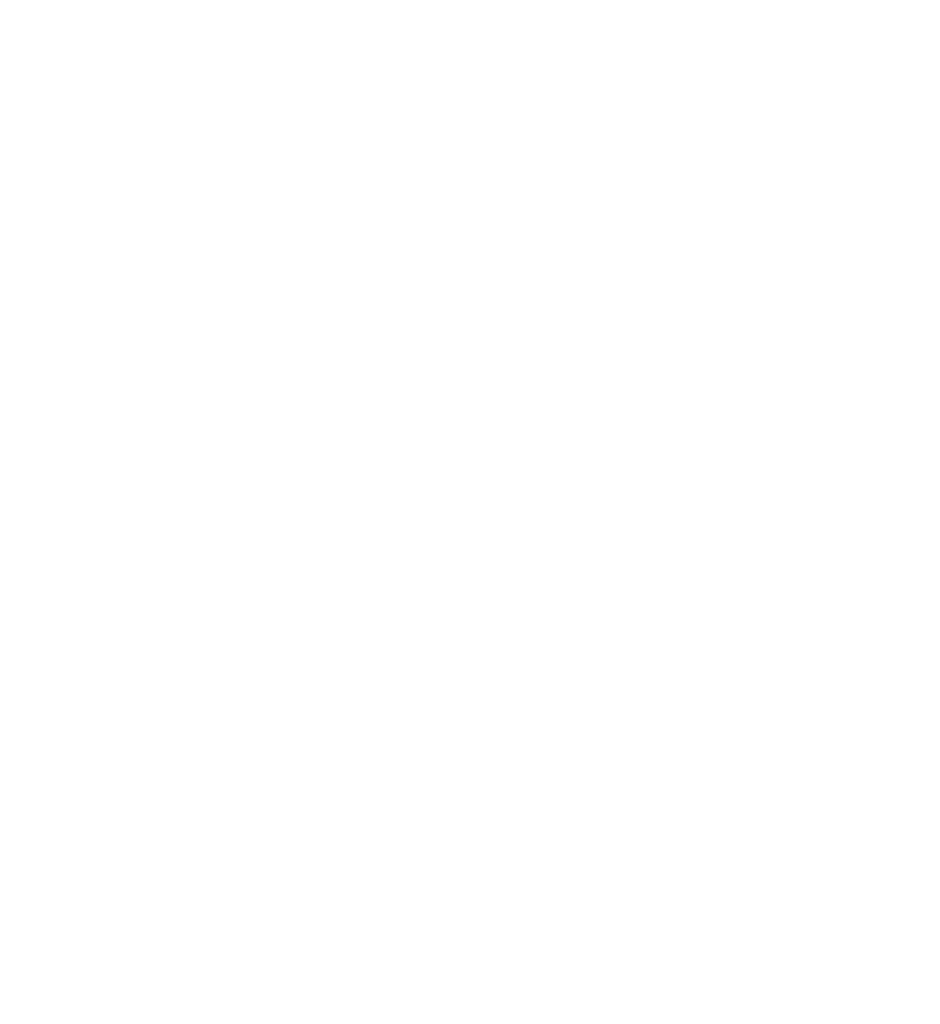
<source format=kicad_pcb>
(kicad_pcb (version 20211014) (generator pcbnew)
  (layers (0 "F.Cu" signal) (1 "In1.Cu" power) (2 "In2.Cu" power) (31 "B.Cu" signal) (34 "B.Paste" user) (35 "F.Paste" user) (36 "B.SilkS" user "B.Silkscreen") (37 "F.SilkS" user "F.Silkscreen") (38 "B.Mask" user) (39 "F.Mask" user) (44 "Edge.Cuts" user))
  (net 0 "")
  (net 1 "GND")
  (net 2 "+12V")
  (net 3 "/B+")
  (net 4 "/Heater+")
  (net 5 "+5C")
  (net 6 "Net-(R22-Pad1)")
  (net 7 "Net-(R23-Pad1)")
  (net 8 "Net-(R24-Pad1)")
  (net 9 "/U2TX")
  (net 10 "/U2RX")
  (net 11 "Net-(J13-Pad3)")
  (net 12 "Net-(J14-Pad3)")
  (net 13 "Net-(C1-Pad2)")
  (net 14 "/IntBus")
  (net 15 "/M+")
  (net 16 "Net-(D10-Pad1)")
  (net 17 "+5V")
  (net 18 "/ChargeIn")
  (net 19 "Net-(H14-Pad1)")
  (net 20 "Net-(J1-Pad1)")
  (net 21 "Net-(J1-Pad2)")
  (net 22 "Net-(J2-Pad2)")
  (net 23 "Net-(J2-Pad1)")
  (net 24 "/HeatRLY")
  (net 25 "/chargeRLY")
  (net 26 "Net-(C108-Pad1)")
  (net 27 "Net-(D58-Pad1)")
)
</source>
